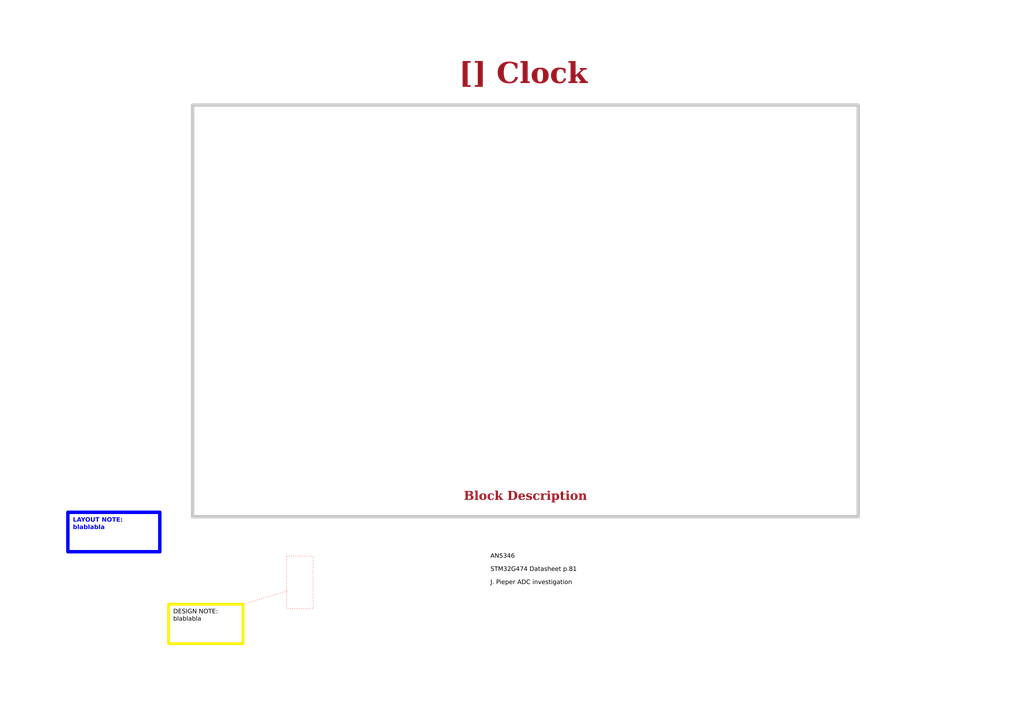
<source format=kicad_sch>
(kicad_sch
	(version 20250114)
	(generator "eeschema")
	(generator_version "9.0")
	(uuid "ea8c4f5e-7a49-4faf-a994-dbc85ed86b0a")
	(paper "A4")
	(title_block
		(title "Clock")
		(date "2025-01-12")
		(rev "${REVISION}")
		(company "${COMPANY}")
	)
	(lib_symbols)
	(rectangle
		(start 83.185 161.29)
		(end 90.805 176.53)
		(stroke
			(width 0)
			(type dot)
			(color 255 0 0 1)
		)
		(fill
			(type none)
		)
		(uuid 1d95e40b-2bfb-46ac-aef7-d61406185c71)
	)
	(rectangle
		(start 55.88 30.48)
		(end 248.92 149.86)
		(stroke
			(width 1)
			(type default)
			(color 200 200 200 1)
		)
		(fill
			(type none)
		)
		(uuid bb86d4de-8a6c-49fd-bb3c-0c8f9cc72e55)
	)
	(text "J. Pieper ADC investigation"
		(exclude_from_sim no)
		(at 142.24 170.18 0)
		(effects
			(font
				(face "Arial")
				(size 1.27 1.27)
				(color 0 0 0 1)
			)
			(justify left bottom)
			(href "https://jpieper.com/2023/07/24/stm32g4-adc-performance-part-2/")
		)
		(uuid "9b3ecc35-3df2-428b-a29e-c6c2c744422e")
	)
	(text "STM32G474 Datasheet p.81"
		(exclude_from_sim no)
		(at 142.24 166.37 0)
		(effects
			(font
				(face "Arial")
				(size 1.27 1.27)
				(color 0 0 0 1)
			)
			(justify left bottom)
			(href "https://www.st.com/resource/en/datasheet/stm32g474cb.pdf")
		)
		(uuid "e6fea1fe-2cf8-4a39-929e-14f4aedafb02")
	)
	(text "AN5346"
		(exclude_from_sim no)
		(at 142.24 162.56 0)
		(effects
			(font
				(face "Arial")
				(size 1.27 1.27)
				(color 0 0 0 1)
			)
			(justify left bottom)
			(href "https://www.st.com/resource/en/application_note/an5346-stm32g4-adc-use-tips-and-recommendations-stmicroelectronics.pdf")
		)
		(uuid "f25578fd-4ab6-4599-95bc-eaa8a509f479")
	)
	(text_box "LAYOUT NOTE:\nblablabla"
		(exclude_from_sim no)
		(at 19.685 148.59 0)
		(size 26.67 11.43)
		(margins 1.4525 1.4525 1.4525 1.4525)
		(stroke
			(width 1)
			(type solid)
			(color 0 0 255 1)
		)
		(fill
			(type none)
		)
		(effects
			(font
				(face "Arial")
				(size 1.27 1.27)
				(thickness 0.4)
				(bold yes)
				(color 0 0 255 1)
			)
			(justify left top)
		)
		(uuid "59800026-abce-490f-af73-e553b627145c")
	)
	(text_box "[${#}] ${TITLE}"
		(exclude_from_sim no)
		(at 115.57 15.24 0)
		(size 72.39 12.7)
		(margins 4.4999 4.4999 4.4999 4.4999)
		(stroke
			(width -0.0001)
			(type default)
		)
		(fill
			(type none)
		)
		(effects
			(font
				(face "Times New Roman")
				(size 6 6)
				(thickness 1.2)
				(bold yes)
				(color 162 22 34 1)
			)
		)
		(uuid "b2c13488-4f2f-433b-bdc6-d210d1646aca")
	)
	(text_box "Block Description"
		(exclude_from_sim no)
		(at 57.15 139.7 0)
		(size 190.5 7.62)
		(margins 1.9049 1.9049 1.9049 1.9049)
		(stroke
			(width -0.0001)
			(type default)
		)
		(fill
			(type none)
		)
		(effects
			(font
				(face "Times New Roman")
				(size 2.54 2.54)
				(thickness 0.508)
				(bold yes)
				(color 162 22 34 1)
			)
			(justify bottom)
		)
		(uuid "b610ad11-6470-4e17-bb6a-df05c5ad2515")
	)
	(text_box "DESIGN NOTE:\nblablabla"
		(exclude_from_sim no)
		(at 48.895 175.26 0)
		(size 21.59 11.43)
		(margins 1.3525 1.3525 1.3525 1.3525)
		(stroke
			(width 0.8)
			(type solid)
			(color 250 236 0 1)
		)
		(fill
			(type none)
		)
		(effects
			(font
				(face "Arial")
				(size 1.27 1.27)
				(color 0 0 0 1)
			)
			(justify left top)
		)
		(uuid "e0003229-9448-4893-9fb1-bea9e839bb75")
	)
	(polyline
		(pts
			(xy 83.185 171.45) (xy 70.485 175.26)
		)
		(stroke
			(width 0)
			(type dot)
			(color 255 0 0 1)
		)
		(uuid "dbc0dbb3-ec35-483a-84d2-c330277e1998")
	)
)

</source>
